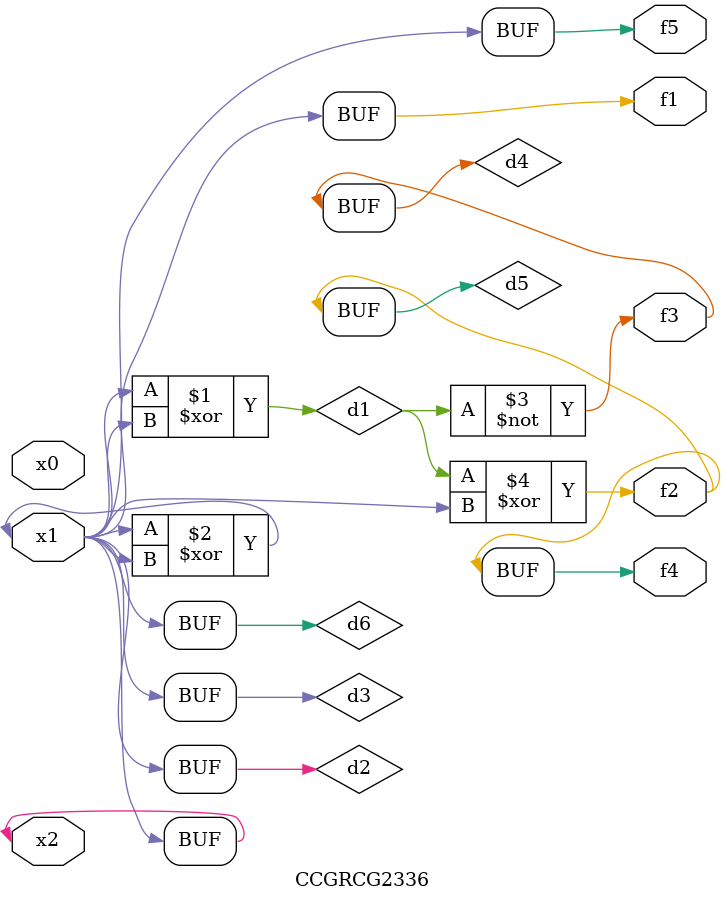
<source format=v>
module CCGRCG2336(
	input x0, x1, x2,
	output f1, f2, f3, f4, f5
);

	wire d1, d2, d3, d4, d5, d6;

	xor (d1, x1, x2);
	buf (d2, x1, x2);
	xor (d3, x1, x2);
	nor (d4, d1);
	xor (d5, d1, d2);
	buf (d6, d2, d3);
	assign f1 = d6;
	assign f2 = d5;
	assign f3 = d4;
	assign f4 = d5;
	assign f5 = d6;
endmodule

</source>
